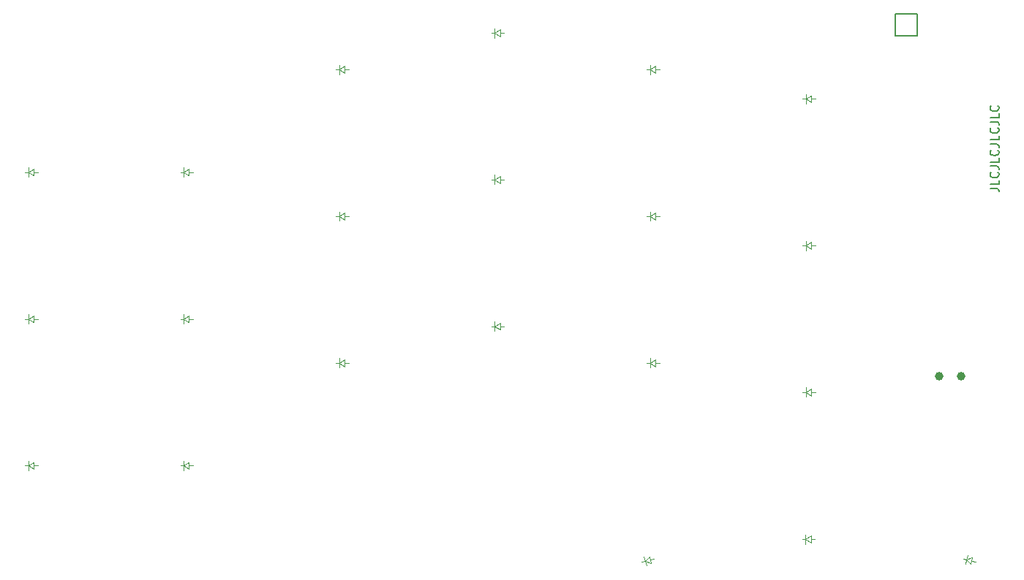
<source format=gbr>
%TF.GenerationSoftware,KiCad,Pcbnew,(6.0.4)*%
%TF.CreationDate,2022-07-15T23:35:53-07:00*%
%TF.ProjectId,danns87_corne_custom,64616e6e-7338-4375-9f63-6f726e655f63,v1.0.0*%
%TF.SameCoordinates,Original*%
%TF.FileFunction,Legend,Top*%
%TF.FilePolarity,Positive*%
%FSLAX46Y46*%
G04 Gerber Fmt 4.6, Leading zero omitted, Abs format (unit mm)*
G04 Created by KiCad (PCBNEW (6.0.4)) date 2022-07-15 23:35:53*
%MOMM*%
%LPD*%
G01*
G04 APERTURE LIST*
%ADD10C,0.150000*%
%ADD11C,0.100000*%
%ADD12C,1.000000*%
G04 APERTURE END LIST*
D10*
X128992380Y27130952D02*
X129706666Y27130952D01*
X129849523Y27083333D01*
X129944761Y26988095D01*
X129992380Y26845238D01*
X129992380Y26750000D01*
X129992380Y28083333D02*
X129992380Y27607142D01*
X128992380Y27607142D01*
X129897142Y28988095D02*
X129944761Y28940476D01*
X129992380Y28797619D01*
X129992380Y28702380D01*
X129944761Y28559523D01*
X129849523Y28464285D01*
X129754285Y28416666D01*
X129563809Y28369047D01*
X129420952Y28369047D01*
X129230476Y28416666D01*
X129135238Y28464285D01*
X129040000Y28559523D01*
X128992380Y28702380D01*
X128992380Y28797619D01*
X129040000Y28940476D01*
X129087619Y28988095D01*
X128992380Y29702380D02*
X129706666Y29702380D01*
X129849523Y29654761D01*
X129944761Y29559523D01*
X129992380Y29416666D01*
X129992380Y29321428D01*
X129992380Y30654761D02*
X129992380Y30178571D01*
X128992380Y30178571D01*
X129897142Y31559523D02*
X129944761Y31511904D01*
X129992380Y31369047D01*
X129992380Y31273809D01*
X129944761Y31130952D01*
X129849523Y31035714D01*
X129754285Y30988095D01*
X129563809Y30940476D01*
X129420952Y30940476D01*
X129230476Y30988095D01*
X129135238Y31035714D01*
X129040000Y31130952D01*
X128992380Y31273809D01*
X128992380Y31369047D01*
X129040000Y31511904D01*
X129087619Y31559523D01*
X128992380Y32273809D02*
X129706666Y32273809D01*
X129849523Y32226190D01*
X129944761Y32130952D01*
X129992380Y31988095D01*
X129992380Y31892857D01*
X129992380Y33226190D02*
X129992380Y32750000D01*
X128992380Y32750000D01*
X129897142Y34130952D02*
X129944761Y34083333D01*
X129992380Y33940476D01*
X129992380Y33845238D01*
X129944761Y33702380D01*
X129849523Y33607142D01*
X129754285Y33559523D01*
X129563809Y33511904D01*
X129420952Y33511904D01*
X129230476Y33559523D01*
X129135238Y33607142D01*
X129040000Y33702380D01*
X128992380Y33845238D01*
X128992380Y33940476D01*
X129040000Y34083333D01*
X129087619Y34130952D01*
X128992380Y34845238D02*
X129706666Y34845238D01*
X129849523Y34797619D01*
X129944761Y34702380D01*
X129992380Y34559523D01*
X129992380Y34464285D01*
X129992380Y35797619D02*
X129992380Y35321428D01*
X128992380Y35321428D01*
X129897142Y36702380D02*
X129944761Y36654761D01*
X129992380Y36511904D01*
X129992380Y36416666D01*
X129944761Y36273809D01*
X129849523Y36178571D01*
X129754285Y36130952D01*
X129563809Y36083333D01*
X129420952Y36083333D01*
X129230476Y36130952D01*
X129135238Y36178571D01*
X129040000Y36273809D01*
X128992380Y36416666D01*
X128992380Y36511904D01*
X129040000Y36654761D01*
X129087619Y36702380D01*
%TO.C,PAD1*%
%TO.C,S22*%
%TO.C,MCU1*%
%TO.C,T1*%
D11*
%TO.C,D10*%
X72250000Y10750000D02*
X71650000Y11150000D01*
X71250000Y11150000D02*
X71650000Y11150000D01*
X71650000Y11150000D02*
X71650000Y10600000D01*
X71650000Y11150000D02*
X72250000Y11550000D01*
X72250000Y11550000D02*
X72250000Y10750000D01*
X72250000Y11150000D02*
X72750000Y11150000D01*
X71650000Y11150000D02*
X71650000Y11700000D01*
%TO.C,D9*%
X53650000Y40900000D02*
X53650000Y40350000D01*
X53650000Y40900000D02*
X53650000Y41450000D01*
X53250000Y40900000D02*
X53650000Y40900000D01*
X54250000Y40500000D02*
X53650000Y40900000D01*
X53650000Y40900000D02*
X54250000Y41300000D01*
X54250000Y40900000D02*
X54750000Y40900000D01*
X54250000Y41300000D02*
X54250000Y40500000D01*
%TO.C,D7*%
X53650000Y6900000D02*
X53650000Y7450000D01*
X53250000Y6900000D02*
X53650000Y6900000D01*
X53650000Y6900000D02*
X53650000Y6350000D01*
X53650000Y6900000D02*
X54250000Y7300000D01*
X54250000Y6500000D02*
X53650000Y6900000D01*
X54250000Y6900000D02*
X54750000Y6900000D01*
X54250000Y7300000D02*
X54250000Y6500000D01*
%TO.C,D2*%
X17650000Y12000000D02*
X18250000Y12400000D01*
X18250000Y11600000D02*
X17650000Y12000000D01*
X17650000Y12000000D02*
X17650000Y12550000D01*
X17250000Y12000000D02*
X17650000Y12000000D01*
X18250000Y12000000D02*
X18750000Y12000000D01*
X17650000Y12000000D02*
X17650000Y11450000D01*
X18250000Y12400000D02*
X18250000Y11600000D01*
%TO.C,D16*%
X107650000Y3500000D02*
X107650000Y4050000D01*
X108250000Y3900000D02*
X108250000Y3100000D01*
X107650000Y3500000D02*
X108250000Y3900000D01*
X108250000Y3100000D02*
X107650000Y3500000D01*
X107650000Y3500000D02*
X107650000Y2950000D01*
X107250000Y3500000D02*
X107650000Y3500000D01*
X108250000Y3500000D02*
X108750000Y3500000D01*
%TO.C,D1*%
X17650000Y-5000000D02*
X17650000Y-4450000D01*
X17650000Y-5000000D02*
X18250000Y-4600000D01*
X18250000Y-5400000D02*
X17650000Y-5000000D01*
X18250000Y-4600000D02*
X18250000Y-5400000D01*
X17250000Y-5000000D02*
X17650000Y-5000000D01*
X17650000Y-5000000D02*
X17650000Y-5550000D01*
X18250000Y-5000000D02*
X18750000Y-5000000D01*
%TO.C,D6*%
X35650000Y29000000D02*
X36250000Y29400000D01*
X35650000Y29000000D02*
X35650000Y29550000D01*
X36250000Y29000000D02*
X36750000Y29000000D01*
X35650000Y29000000D02*
X35650000Y28450000D01*
X36250000Y29400000D02*
X36250000Y28600000D01*
X36250000Y28600000D02*
X35650000Y29000000D01*
X35250000Y29000000D02*
X35650000Y29000000D01*
%TO.C,D13*%
X89650000Y6900000D02*
X89650000Y7450000D01*
X89250000Y6900000D02*
X89650000Y6900000D01*
X89650000Y6900000D02*
X90250000Y7300000D01*
X90250000Y7300000D02*
X90250000Y6500000D01*
X89650000Y6900000D02*
X89650000Y6350000D01*
X90250000Y6900000D02*
X90750000Y6900000D01*
X90250000Y6500000D02*
X89650000Y6900000D01*
%TO.C,D4*%
X36250000Y-5000000D02*
X36750000Y-5000000D01*
X36250000Y-4600000D02*
X36250000Y-5400000D01*
X36250000Y-5400000D02*
X35650000Y-5000000D01*
X35650000Y-5000000D02*
X35650000Y-5550000D01*
X35250000Y-5000000D02*
X35650000Y-5000000D01*
X35650000Y-5000000D02*
X36250000Y-4600000D01*
X35650000Y-5000000D02*
X35650000Y-4450000D01*
D10*
%TO.C,MCU1*%
X120540000Y47340000D02*
X120540000Y44800000D01*
X120540000Y44800000D02*
X118000000Y44800000D01*
X118000000Y44800000D02*
X118000000Y47340000D01*
X120540000Y47340000D02*
X118000000Y47340000D01*
D11*
%TO.C,D14*%
X89250000Y23900000D02*
X89650000Y23900000D01*
X89650000Y23900000D02*
X89650000Y23350000D01*
X90250000Y24300000D02*
X90250000Y23500000D01*
X90250000Y23500000D02*
X89650000Y23900000D01*
X90250000Y23900000D02*
X90750000Y23900000D01*
X89650000Y23900000D02*
X90250000Y24300000D01*
X89650000Y23900000D02*
X89650000Y24450000D01*
%TO.C,D18*%
X107650000Y37500000D02*
X107650000Y36950000D01*
X107650000Y37500000D02*
X107650000Y38050000D01*
X108250000Y37900000D02*
X108250000Y37100000D01*
X108250000Y37500000D02*
X108750000Y37500000D01*
X107250000Y37500000D02*
X107650000Y37500000D01*
X108250000Y37100000D02*
X107650000Y37500000D01*
X107650000Y37500000D02*
X108250000Y37900000D01*
%TO.C,D8*%
X53650000Y23900000D02*
X54250000Y24300000D01*
X53650000Y23900000D02*
X53650000Y24450000D01*
X54250000Y23500000D02*
X53650000Y23900000D01*
X54250000Y23900000D02*
X54750000Y23900000D01*
X54250000Y24300000D02*
X54250000Y23500000D01*
X53650000Y23900000D02*
X53650000Y23350000D01*
X53250000Y23900000D02*
X53650000Y23900000D01*
%TO.C,D11*%
X71650000Y28150000D02*
X71650000Y27600000D01*
X71650000Y28150000D02*
X71650000Y28700000D01*
X72250000Y28550000D02*
X72250000Y27750000D01*
X72250000Y28150000D02*
X72750000Y28150000D01*
X71650000Y28150000D02*
X72250000Y28550000D01*
X72250000Y27750000D02*
X71650000Y28150000D01*
X71250000Y28150000D02*
X71650000Y28150000D01*
%TO.C,D3*%
X18250000Y29400000D02*
X18250000Y28600000D01*
X17650000Y29000000D02*
X17650000Y29550000D01*
X17250000Y29000000D02*
X17650000Y29000000D01*
X17650000Y29000000D02*
X18250000Y29400000D01*
X18250000Y28600000D02*
X17650000Y29000000D01*
X18250000Y29000000D02*
X18750000Y29000000D01*
X17650000Y29000000D02*
X17650000Y28450000D01*
%TO.C,D5*%
X36250000Y12400000D02*
X36250000Y11600000D01*
X35250000Y12000000D02*
X35650000Y12000000D01*
X36250000Y12000000D02*
X36750000Y12000000D01*
X35650000Y12000000D02*
X36250000Y12400000D01*
X36250000Y11600000D02*
X35650000Y12000000D01*
X35650000Y12000000D02*
X35650000Y11450000D01*
X35650000Y12000000D02*
X35650000Y12550000D01*
%TO.C,D17*%
X108250000Y20900000D02*
X108250000Y20100000D01*
X107650000Y20500000D02*
X107650000Y21050000D01*
X108250000Y20100000D02*
X107650000Y20500000D01*
X107650000Y20500000D02*
X108250000Y20900000D01*
X107250000Y20500000D02*
X107650000Y20500000D01*
X108250000Y20500000D02*
X108750000Y20500000D01*
X107650000Y20500000D02*
X107650000Y19950000D01*
%TO.C,D20*%
X107236700Y-13541300D02*
X107636700Y-13541300D01*
X108236700Y-13541300D02*
X108736700Y-13541300D01*
X108236700Y-13141300D02*
X108236700Y-13941300D01*
X108236700Y-13941300D02*
X107636700Y-13541300D01*
X107636700Y-13541300D02*
X108236700Y-13141300D01*
X107636700Y-13541300D02*
X107636700Y-14091300D01*
X107636700Y-13541300D02*
X107636700Y-12991300D01*
%TO.C,D21*%
X126930909Y-15668234D02*
X126723854Y-16440975D01*
X126247826Y-15899313D02*
X126105475Y-16430573D01*
X126827381Y-16054605D02*
X127310344Y-16184014D01*
X126247826Y-15899313D02*
X126930909Y-15668234D01*
X126723854Y-16440975D02*
X126247826Y-15899313D01*
X125861456Y-15795786D02*
X126247826Y-15899313D01*
X126247826Y-15899313D02*
X126390176Y-15368054D01*
%TO.C,D12*%
X71250000Y45150000D02*
X71650000Y45150000D01*
X71650000Y45150000D02*
X72250000Y45550000D01*
X72250000Y45550000D02*
X72250000Y44750000D01*
X71650000Y45150000D02*
X71650000Y44600000D01*
X72250000Y45150000D02*
X72750000Y45150000D01*
X72250000Y44750000D02*
X71650000Y45150000D01*
X71650000Y45150000D02*
X71650000Y45700000D01*
%TO.C,D15*%
X90250000Y40900000D02*
X90750000Y40900000D01*
X90250000Y41300000D02*
X90250000Y40500000D01*
X89250000Y40900000D02*
X89650000Y40900000D01*
X89650000Y40900000D02*
X89650000Y41450000D01*
X90250000Y40500000D02*
X89650000Y40900000D01*
X89650000Y40900000D02*
X89650000Y40350000D01*
X89650000Y40900000D02*
X90250000Y41300000D01*
%TO.C,D19*%
X89049426Y-16080487D02*
X89525454Y-15538825D01*
X88663056Y-16184014D02*
X89049426Y-16080487D01*
X89049426Y-16080487D02*
X89191776Y-16611746D01*
X89049426Y-16080487D02*
X88907075Y-15549227D01*
X89628981Y-15925195D02*
X90111944Y-15795786D01*
X89732509Y-16311566D02*
X89049426Y-16080487D01*
X89525454Y-15538825D02*
X89732509Y-16311566D01*
%TD*%
D12*
%TO.C,PAD1*%
X123105000Y5400000D03*
X125645000Y5400000D03*
%TD*%
M02*

</source>
